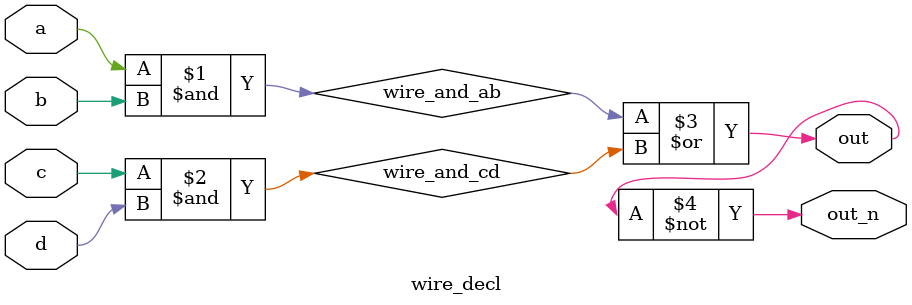
<source format=v>
module wire_decl(input a, b, c, d, output out, out_n);
    wire wire_and_ab;
    wire wire_and_cd;

    assign wire_and_ab = a & b;
    assign wire_and_cd = c & d;
    assign out = wire_and_ab | wire_and_cd;
    assign out_n = ~out;  
endmodule
</source>
